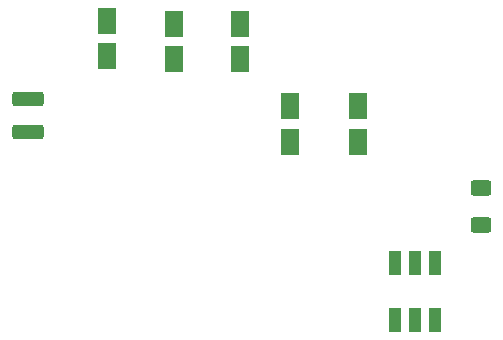
<source format=gbr>
%TF.GenerationSoftware,KiCad,Pcbnew,8.0.4*%
%TF.CreationDate,2024-07-28T00:02:19-04:00*%
%TF.ProjectId,ESP32-C3-WROOM-Node-Temperature,45535033-322d-4433-932d-57524f4f4d2d,rev?*%
%TF.SameCoordinates,Original*%
%TF.FileFunction,Paste,Top*%
%TF.FilePolarity,Positive*%
%FSLAX46Y46*%
G04 Gerber Fmt 4.6, Leading zero omitted, Abs format (unit mm)*
G04 Created by KiCad (PCBNEW 8.0.4) date 2024-07-28 00:02:19*
%MOMM*%
%LPD*%
G01*
G04 APERTURE LIST*
G04 Aperture macros list*
%AMRoundRect*
0 Rectangle with rounded corners*
0 $1 Rounding radius*
0 $2 $3 $4 $5 $6 $7 $8 $9 X,Y pos of 4 corners*
0 Add a 4 corners polygon primitive as box body*
4,1,4,$2,$3,$4,$5,$6,$7,$8,$9,$2,$3,0*
0 Add four circle primitives for the rounded corners*
1,1,$1+$1,$2,$3*
1,1,$1+$1,$4,$5*
1,1,$1+$1,$6,$7*
1,1,$1+$1,$8,$9*
0 Add four rect primitives between the rounded corners*
20,1,$1+$1,$2,$3,$4,$5,0*
20,1,$1+$1,$4,$5,$6,$7,0*
20,1,$1+$1,$6,$7,$8,$9,0*
20,1,$1+$1,$8,$9,$2,$3,0*%
G04 Aperture macros list end*
%ADD10R,1.600000X2.200000*%
%ADD11RoundRect,0.250000X-0.625000X0.400000X-0.625000X-0.400000X0.625000X-0.400000X0.625000X0.400000X0*%
%ADD12R,1.100000X2.000000*%
%ADD13RoundRect,0.250000X-1.075000X0.375000X-1.075000X-0.375000X1.075000X-0.375000X1.075000X0.375000X0*%
G04 APERTURE END LIST*
D10*
%TO.C,C4*%
X131800000Y-65900000D03*
X131800000Y-62900000D03*
%TD*%
D11*
%TO.C,R4*%
X152200000Y-76849999D03*
X152200000Y-79950001D03*
%TD*%
D12*
%TO.C,D1*%
X144900000Y-88000000D03*
X146600000Y-88000000D03*
X148300000Y-88000000D03*
X148300000Y-83200000D03*
X146600000Y-83200000D03*
X144900000Y-83200000D03*
%TD*%
D10*
%TO.C,C3*%
X136000000Y-72900000D03*
X136000000Y-69900000D03*
%TD*%
%TO.C,C2*%
X126200000Y-65900000D03*
X126200000Y-62900000D03*
%TD*%
D13*
%TO.C,D2*%
X113800000Y-69300000D03*
X113800000Y-72100000D03*
%TD*%
D10*
%TO.C,C6*%
X141800000Y-72900000D03*
X141800000Y-69900000D03*
%TD*%
%TO.C,C1*%
X120500000Y-65672600D03*
X120500000Y-62672600D03*
%TD*%
M02*

</source>
